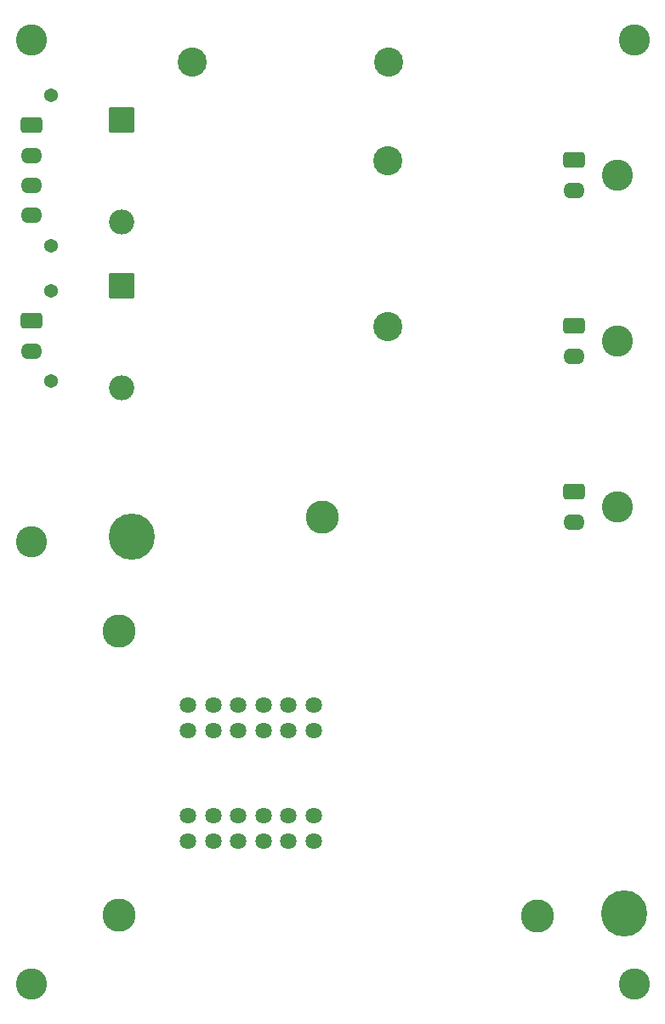
<source format=gbs>
G04 #@! TF.GenerationSoftware,KiCad,Pcbnew,(6.0.7)*
G04 #@! TF.CreationDate,2023-02-11T16:50:08-06:00*
G04 #@! TF.ProjectId,ContactorDriver,436f6e74-6163-4746-9f72-447269766572,rev?*
G04 #@! TF.SameCoordinates,Original*
G04 #@! TF.FileFunction,Soldermask,Bot*
G04 #@! TF.FilePolarity,Negative*
%FSLAX46Y46*%
G04 Gerber Fmt 4.6, Leading zero omitted, Abs format (unit mm)*
G04 Created by KiCad (PCBNEW (6.0.7)) date 2023-02-11 16:50:08*
%MOMM*%
%LPD*%
G01*
G04 APERTURE LIST*
G04 Aperture macros list*
%AMRoundRect*
0 Rectangle with rounded corners*
0 $1 Rounding radius*
0 $2 $3 $4 $5 $6 $7 $8 $9 X,Y pos of 4 corners*
0 Add a 4 corners polygon primitive as box body*
4,1,4,$2,$3,$4,$5,$6,$7,$8,$9,$2,$3,0*
0 Add four circle primitives for the rounded corners*
1,1,$1+$1,$2,$3*
1,1,$1+$1,$4,$5*
1,1,$1+$1,$6,$7*
1,1,$1+$1,$8,$9*
0 Add four rect primitives between the rounded corners*
20,1,$1+$1,$2,$3,$4,$5,0*
20,1,$1+$1,$4,$5,$6,$7,0*
20,1,$1+$1,$6,$7,$8,$9,0*
20,1,$1+$1,$8,$9,$2,$3,0*%
G04 Aperture macros list end*
%ADD10RoundRect,0.051000X-1.200000X1.200000X-1.200000X-1.200000X1.200000X-1.200000X1.200000X1.200000X0*%
%ADD11O,2.502000X2.502000*%
%ADD12C,3.102000*%
%ADD13C,1.372000*%
%ADD14RoundRect,0.301001X-0.759999X0.499999X-0.759999X-0.499999X0.759999X-0.499999X0.759999X0.499999X0*%
%ADD15O,2.122000X1.602000*%
%ADD16C,2.902000*%
%ADD17C,3.302400*%
%ADD18C,1.630064*%
%ADD19C,4.602880*%
%ADD20C,3.302000*%
G04 APERTURE END LIST*
D10*
X176000000Y-79000000D03*
D11*
X176000000Y-89160000D03*
D10*
X176000000Y-95500000D03*
D11*
X176000000Y-105660000D03*
D12*
X227000000Y-165000000D03*
X227000000Y-71000000D03*
D13*
X168960000Y-76500000D03*
X168960000Y-91500000D03*
D14*
X167000000Y-79500000D03*
D15*
X167000000Y-82500000D03*
X167000000Y-85500000D03*
X167000000Y-88500000D03*
D12*
X225320000Y-101000000D03*
D14*
X221000000Y-99500000D03*
D15*
X221000000Y-102500000D03*
D13*
X168960000Y-96000000D03*
X168960000Y-105000000D03*
D14*
X167000000Y-99000000D03*
D15*
X167000000Y-102000000D03*
D16*
X202500000Y-83025000D03*
X183000000Y-73250000D03*
X202600000Y-73250000D03*
X202500000Y-99525000D03*
D17*
X175738439Y-158099973D03*
X175738439Y-129900029D03*
D18*
X195088413Y-137250027D03*
X192588418Y-137250027D03*
X190088423Y-137250027D03*
X187588428Y-137250027D03*
X185088433Y-137250027D03*
X182588438Y-137250027D03*
X195088413Y-139750022D03*
X192588418Y-139750022D03*
X190088423Y-139750022D03*
X187588428Y-139750022D03*
X185088433Y-139750022D03*
X182588438Y-139750022D03*
X195088413Y-148250030D03*
X192588418Y-148250030D03*
X190088423Y-148250030D03*
X187588428Y-148250030D03*
X185088433Y-148250030D03*
X182588438Y-148250030D03*
X195088413Y-150750025D03*
X192588418Y-150750025D03*
X190088423Y-150750025D03*
X187588428Y-150750025D03*
X185088433Y-150750025D03*
X182588438Y-150750025D03*
D19*
X226000000Y-158000000D03*
D12*
X167000000Y-165000000D03*
X225320000Y-117500000D03*
D14*
X221000000Y-116000000D03*
D15*
X221000000Y-119000000D03*
D12*
X225320000Y-84500000D03*
D14*
X221000000Y-83000000D03*
D15*
X221000000Y-86000000D03*
D12*
X167000000Y-71000000D03*
X167000000Y-121000000D03*
D20*
X217400000Y-158200000D03*
X196000000Y-118500000D03*
D19*
X177000000Y-120500000D03*
M02*

</source>
